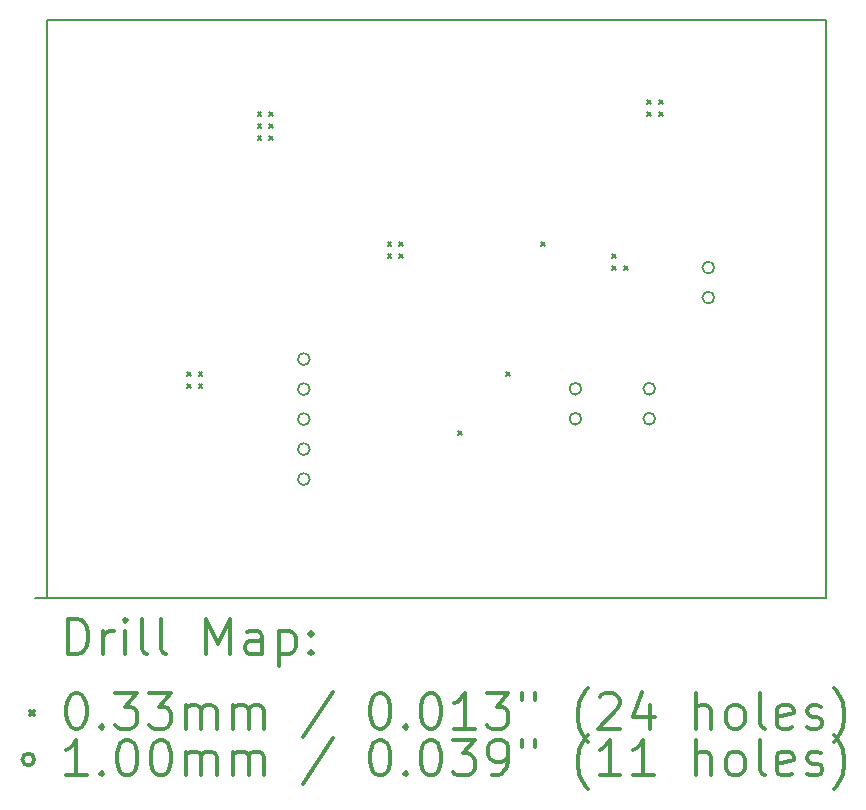
<source format=gbr>
%FSLAX45Y45*%
G04 Gerber Fmt 4.5, Leading zero omitted, Abs format (unit mm)*
G04 Created by KiCad (PCBNEW 5.0.0) date Wed Aug 15 09:13:29 2018*
%MOMM*%
%LPD*%
G01*
G04 APERTURE LIST*
%ADD10C,0.152400*%
%ADD11C,0.200000*%
%ADD12C,0.300000*%
G04 APERTURE END LIST*
D10*
X2900000Y-12000000D02*
X2900000Y-7100000D01*
X9500000Y-12000000D02*
X2800000Y-12000000D01*
X9500000Y-7100000D02*
X9500000Y-12000000D01*
X2900000Y-7100000D02*
X9500000Y-7100000D01*
D11*
X4083490Y-10083490D02*
X4116510Y-10116510D01*
X4116510Y-10083490D02*
X4083490Y-10116510D01*
X4083490Y-10183490D02*
X4116510Y-10216510D01*
X4116510Y-10183490D02*
X4083490Y-10216510D01*
X4183490Y-10083490D02*
X4216510Y-10116510D01*
X4216510Y-10083490D02*
X4183490Y-10116510D01*
X4183490Y-10183490D02*
X4216510Y-10216510D01*
X4216510Y-10183490D02*
X4183490Y-10216510D01*
X4683490Y-7883490D02*
X4716510Y-7916510D01*
X4716510Y-7883490D02*
X4683490Y-7916510D01*
X4683490Y-7983490D02*
X4716510Y-8016510D01*
X4716510Y-7983490D02*
X4683490Y-8016510D01*
X4683490Y-8083490D02*
X4716510Y-8116510D01*
X4716510Y-8083490D02*
X4683490Y-8116510D01*
X4783490Y-7883490D02*
X4816510Y-7916510D01*
X4816510Y-7883490D02*
X4783490Y-7916510D01*
X4783490Y-7983490D02*
X4816510Y-8016510D01*
X4816510Y-7983490D02*
X4783490Y-8016510D01*
X4783490Y-8083490D02*
X4816510Y-8116510D01*
X4816510Y-8083490D02*
X4783490Y-8116510D01*
X5783490Y-8983490D02*
X5816510Y-9016510D01*
X5816510Y-8983490D02*
X5783490Y-9016510D01*
X5783490Y-9083490D02*
X5816510Y-9116510D01*
X5816510Y-9083490D02*
X5783490Y-9116510D01*
X5883490Y-8983490D02*
X5916510Y-9016510D01*
X5916510Y-8983490D02*
X5883490Y-9016510D01*
X5883490Y-9083490D02*
X5916510Y-9116510D01*
X5916510Y-9083490D02*
X5883490Y-9116510D01*
X6383490Y-10583490D02*
X6416510Y-10616510D01*
X6416510Y-10583490D02*
X6383490Y-10616510D01*
X6783490Y-10083490D02*
X6816510Y-10116510D01*
X6816510Y-10083490D02*
X6783490Y-10116510D01*
X7083490Y-8983490D02*
X7116510Y-9016510D01*
X7116510Y-8983490D02*
X7083490Y-9016510D01*
X7683490Y-9083490D02*
X7716510Y-9116510D01*
X7716510Y-9083490D02*
X7683490Y-9116510D01*
X7683490Y-9183490D02*
X7716510Y-9216510D01*
X7716510Y-9183490D02*
X7683490Y-9216510D01*
X7783490Y-9183490D02*
X7816510Y-9216510D01*
X7816510Y-9183490D02*
X7783490Y-9216510D01*
X7983490Y-7783490D02*
X8016510Y-7816510D01*
X8016510Y-7783490D02*
X7983490Y-7816510D01*
X7983490Y-7883490D02*
X8016510Y-7916510D01*
X8016510Y-7883490D02*
X7983490Y-7916510D01*
X8083490Y-7783490D02*
X8116510Y-7816510D01*
X8116510Y-7783490D02*
X8083490Y-7816510D01*
X8083490Y-7883490D02*
X8116510Y-7916510D01*
X8116510Y-7883490D02*
X8083490Y-7916510D01*
X5125000Y-9975000D02*
G75*
G03X5125000Y-9975000I-50000J0D01*
G01*
X5125000Y-10229000D02*
G75*
G03X5125000Y-10229000I-50000J0D01*
G01*
X5125000Y-10483000D02*
G75*
G03X5125000Y-10483000I-50000J0D01*
G01*
X5125000Y-10737000D02*
G75*
G03X5125000Y-10737000I-50000J0D01*
G01*
X5125000Y-10991000D02*
G75*
G03X5125000Y-10991000I-50000J0D01*
G01*
X8550000Y-9200000D02*
G75*
G03X8550000Y-9200000I-50000J0D01*
G01*
X8550000Y-9454000D02*
G75*
G03X8550000Y-9454000I-50000J0D01*
G01*
X8050000Y-10225000D02*
G75*
G03X8050000Y-10225000I-50000J0D01*
G01*
X8050000Y-10479000D02*
G75*
G03X8050000Y-10479000I-50000J0D01*
G01*
X7425000Y-10225000D02*
G75*
G03X7425000Y-10225000I-50000J0D01*
G01*
X7425000Y-10479000D02*
G75*
G03X7425000Y-10479000I-50000J0D01*
G01*
D12*
X3078808Y-12473334D02*
X3078808Y-12173334D01*
X3150237Y-12173334D01*
X3193094Y-12187620D01*
X3221666Y-12216191D01*
X3235951Y-12244763D01*
X3250237Y-12301906D01*
X3250237Y-12344763D01*
X3235951Y-12401906D01*
X3221666Y-12430477D01*
X3193094Y-12459049D01*
X3150237Y-12473334D01*
X3078808Y-12473334D01*
X3378808Y-12473334D02*
X3378808Y-12273334D01*
X3378808Y-12330477D02*
X3393094Y-12301906D01*
X3407380Y-12287620D01*
X3435951Y-12273334D01*
X3464523Y-12273334D01*
X3564523Y-12473334D02*
X3564523Y-12273334D01*
X3564523Y-12173334D02*
X3550237Y-12187620D01*
X3564523Y-12201906D01*
X3578808Y-12187620D01*
X3564523Y-12173334D01*
X3564523Y-12201906D01*
X3750237Y-12473334D02*
X3721666Y-12459049D01*
X3707380Y-12430477D01*
X3707380Y-12173334D01*
X3907380Y-12473334D02*
X3878808Y-12459049D01*
X3864523Y-12430477D01*
X3864523Y-12173334D01*
X4250237Y-12473334D02*
X4250237Y-12173334D01*
X4350237Y-12387620D01*
X4450237Y-12173334D01*
X4450237Y-12473334D01*
X4721666Y-12473334D02*
X4721666Y-12316191D01*
X4707380Y-12287620D01*
X4678808Y-12273334D01*
X4621666Y-12273334D01*
X4593094Y-12287620D01*
X4721666Y-12459049D02*
X4693094Y-12473334D01*
X4621666Y-12473334D01*
X4593094Y-12459049D01*
X4578808Y-12430477D01*
X4578808Y-12401906D01*
X4593094Y-12373334D01*
X4621666Y-12359049D01*
X4693094Y-12359049D01*
X4721666Y-12344763D01*
X4864523Y-12273334D02*
X4864523Y-12573334D01*
X4864523Y-12287620D02*
X4893094Y-12273334D01*
X4950237Y-12273334D01*
X4978808Y-12287620D01*
X4993094Y-12301906D01*
X5007380Y-12330477D01*
X5007380Y-12416191D01*
X4993094Y-12444763D01*
X4978808Y-12459049D01*
X4950237Y-12473334D01*
X4893094Y-12473334D01*
X4864523Y-12459049D01*
X5135951Y-12444763D02*
X5150237Y-12459049D01*
X5135951Y-12473334D01*
X5121666Y-12459049D01*
X5135951Y-12444763D01*
X5135951Y-12473334D01*
X5135951Y-12287620D02*
X5150237Y-12301906D01*
X5135951Y-12316191D01*
X5121666Y-12301906D01*
X5135951Y-12287620D01*
X5135951Y-12316191D01*
X2759360Y-12951110D02*
X2792380Y-12984130D01*
X2792380Y-12951110D02*
X2759360Y-12984130D01*
X3135951Y-12803334D02*
X3164523Y-12803334D01*
X3193094Y-12817620D01*
X3207380Y-12831906D01*
X3221666Y-12860477D01*
X3235951Y-12917620D01*
X3235951Y-12989049D01*
X3221666Y-13046191D01*
X3207380Y-13074763D01*
X3193094Y-13089049D01*
X3164523Y-13103334D01*
X3135951Y-13103334D01*
X3107380Y-13089049D01*
X3093094Y-13074763D01*
X3078808Y-13046191D01*
X3064523Y-12989049D01*
X3064523Y-12917620D01*
X3078808Y-12860477D01*
X3093094Y-12831906D01*
X3107380Y-12817620D01*
X3135951Y-12803334D01*
X3364523Y-13074763D02*
X3378808Y-13089049D01*
X3364523Y-13103334D01*
X3350237Y-13089049D01*
X3364523Y-13074763D01*
X3364523Y-13103334D01*
X3478808Y-12803334D02*
X3664523Y-12803334D01*
X3564523Y-12917620D01*
X3607380Y-12917620D01*
X3635951Y-12931906D01*
X3650237Y-12946191D01*
X3664523Y-12974763D01*
X3664523Y-13046191D01*
X3650237Y-13074763D01*
X3635951Y-13089049D01*
X3607380Y-13103334D01*
X3521666Y-13103334D01*
X3493094Y-13089049D01*
X3478808Y-13074763D01*
X3764523Y-12803334D02*
X3950237Y-12803334D01*
X3850237Y-12917620D01*
X3893094Y-12917620D01*
X3921666Y-12931906D01*
X3935951Y-12946191D01*
X3950237Y-12974763D01*
X3950237Y-13046191D01*
X3935951Y-13074763D01*
X3921666Y-13089049D01*
X3893094Y-13103334D01*
X3807380Y-13103334D01*
X3778808Y-13089049D01*
X3764523Y-13074763D01*
X4078808Y-13103334D02*
X4078808Y-12903334D01*
X4078808Y-12931906D02*
X4093094Y-12917620D01*
X4121666Y-12903334D01*
X4164523Y-12903334D01*
X4193094Y-12917620D01*
X4207380Y-12946191D01*
X4207380Y-13103334D01*
X4207380Y-12946191D02*
X4221666Y-12917620D01*
X4250237Y-12903334D01*
X4293094Y-12903334D01*
X4321666Y-12917620D01*
X4335951Y-12946191D01*
X4335951Y-13103334D01*
X4478808Y-13103334D02*
X4478808Y-12903334D01*
X4478808Y-12931906D02*
X4493094Y-12917620D01*
X4521666Y-12903334D01*
X4564523Y-12903334D01*
X4593094Y-12917620D01*
X4607380Y-12946191D01*
X4607380Y-13103334D01*
X4607380Y-12946191D02*
X4621666Y-12917620D01*
X4650237Y-12903334D01*
X4693094Y-12903334D01*
X4721666Y-12917620D01*
X4735951Y-12946191D01*
X4735951Y-13103334D01*
X5321666Y-12789049D02*
X5064523Y-13174763D01*
X5707380Y-12803334D02*
X5735951Y-12803334D01*
X5764523Y-12817620D01*
X5778808Y-12831906D01*
X5793094Y-12860477D01*
X5807380Y-12917620D01*
X5807380Y-12989049D01*
X5793094Y-13046191D01*
X5778808Y-13074763D01*
X5764523Y-13089049D01*
X5735951Y-13103334D01*
X5707380Y-13103334D01*
X5678808Y-13089049D01*
X5664523Y-13074763D01*
X5650237Y-13046191D01*
X5635951Y-12989049D01*
X5635951Y-12917620D01*
X5650237Y-12860477D01*
X5664523Y-12831906D01*
X5678808Y-12817620D01*
X5707380Y-12803334D01*
X5935951Y-13074763D02*
X5950237Y-13089049D01*
X5935951Y-13103334D01*
X5921666Y-13089049D01*
X5935951Y-13074763D01*
X5935951Y-13103334D01*
X6135951Y-12803334D02*
X6164523Y-12803334D01*
X6193094Y-12817620D01*
X6207380Y-12831906D01*
X6221666Y-12860477D01*
X6235951Y-12917620D01*
X6235951Y-12989049D01*
X6221666Y-13046191D01*
X6207380Y-13074763D01*
X6193094Y-13089049D01*
X6164523Y-13103334D01*
X6135951Y-13103334D01*
X6107380Y-13089049D01*
X6093094Y-13074763D01*
X6078808Y-13046191D01*
X6064523Y-12989049D01*
X6064523Y-12917620D01*
X6078808Y-12860477D01*
X6093094Y-12831906D01*
X6107380Y-12817620D01*
X6135951Y-12803334D01*
X6521666Y-13103334D02*
X6350237Y-13103334D01*
X6435951Y-13103334D02*
X6435951Y-12803334D01*
X6407380Y-12846191D01*
X6378808Y-12874763D01*
X6350237Y-12889049D01*
X6621666Y-12803334D02*
X6807380Y-12803334D01*
X6707380Y-12917620D01*
X6750237Y-12917620D01*
X6778808Y-12931906D01*
X6793094Y-12946191D01*
X6807380Y-12974763D01*
X6807380Y-13046191D01*
X6793094Y-13074763D01*
X6778808Y-13089049D01*
X6750237Y-13103334D01*
X6664523Y-13103334D01*
X6635951Y-13089049D01*
X6621666Y-13074763D01*
X6921666Y-12803334D02*
X6921666Y-12860477D01*
X7035951Y-12803334D02*
X7035951Y-12860477D01*
X7478808Y-13217620D02*
X7464523Y-13203334D01*
X7435951Y-13160477D01*
X7421666Y-13131906D01*
X7407380Y-13089049D01*
X7393094Y-13017620D01*
X7393094Y-12960477D01*
X7407380Y-12889049D01*
X7421666Y-12846191D01*
X7435951Y-12817620D01*
X7464523Y-12774763D01*
X7478808Y-12760477D01*
X7578808Y-12831906D02*
X7593094Y-12817620D01*
X7621666Y-12803334D01*
X7693094Y-12803334D01*
X7721666Y-12817620D01*
X7735951Y-12831906D01*
X7750237Y-12860477D01*
X7750237Y-12889049D01*
X7735951Y-12931906D01*
X7564523Y-13103334D01*
X7750237Y-13103334D01*
X8007380Y-12903334D02*
X8007380Y-13103334D01*
X7935951Y-12789049D02*
X7864523Y-13003334D01*
X8050237Y-13003334D01*
X8393094Y-13103334D02*
X8393094Y-12803334D01*
X8521666Y-13103334D02*
X8521666Y-12946191D01*
X8507380Y-12917620D01*
X8478808Y-12903334D01*
X8435951Y-12903334D01*
X8407380Y-12917620D01*
X8393094Y-12931906D01*
X8707380Y-13103334D02*
X8678808Y-13089049D01*
X8664523Y-13074763D01*
X8650237Y-13046191D01*
X8650237Y-12960477D01*
X8664523Y-12931906D01*
X8678808Y-12917620D01*
X8707380Y-12903334D01*
X8750237Y-12903334D01*
X8778808Y-12917620D01*
X8793094Y-12931906D01*
X8807380Y-12960477D01*
X8807380Y-13046191D01*
X8793094Y-13074763D01*
X8778808Y-13089049D01*
X8750237Y-13103334D01*
X8707380Y-13103334D01*
X8978808Y-13103334D02*
X8950237Y-13089049D01*
X8935951Y-13060477D01*
X8935951Y-12803334D01*
X9207380Y-13089049D02*
X9178808Y-13103334D01*
X9121666Y-13103334D01*
X9093094Y-13089049D01*
X9078808Y-13060477D01*
X9078808Y-12946191D01*
X9093094Y-12917620D01*
X9121666Y-12903334D01*
X9178808Y-12903334D01*
X9207380Y-12917620D01*
X9221666Y-12946191D01*
X9221666Y-12974763D01*
X9078808Y-13003334D01*
X9335951Y-13089049D02*
X9364523Y-13103334D01*
X9421666Y-13103334D01*
X9450237Y-13089049D01*
X9464523Y-13060477D01*
X9464523Y-13046191D01*
X9450237Y-13017620D01*
X9421666Y-13003334D01*
X9378808Y-13003334D01*
X9350237Y-12989049D01*
X9335951Y-12960477D01*
X9335951Y-12946191D01*
X9350237Y-12917620D01*
X9378808Y-12903334D01*
X9421666Y-12903334D01*
X9450237Y-12917620D01*
X9564523Y-13217620D02*
X9578808Y-13203334D01*
X9607380Y-13160477D01*
X9621666Y-13131906D01*
X9635951Y-13089049D01*
X9650237Y-13017620D01*
X9650237Y-12960477D01*
X9635951Y-12889049D01*
X9621666Y-12846191D01*
X9607380Y-12817620D01*
X9578808Y-12774763D01*
X9564523Y-12760477D01*
X2792380Y-13363620D02*
G75*
G03X2792380Y-13363620I-50000J0D01*
G01*
X3235951Y-13499334D02*
X3064523Y-13499334D01*
X3150237Y-13499334D02*
X3150237Y-13199334D01*
X3121666Y-13242191D01*
X3093094Y-13270763D01*
X3064523Y-13285049D01*
X3364523Y-13470763D02*
X3378808Y-13485049D01*
X3364523Y-13499334D01*
X3350237Y-13485049D01*
X3364523Y-13470763D01*
X3364523Y-13499334D01*
X3564523Y-13199334D02*
X3593094Y-13199334D01*
X3621666Y-13213620D01*
X3635951Y-13227906D01*
X3650237Y-13256477D01*
X3664523Y-13313620D01*
X3664523Y-13385049D01*
X3650237Y-13442191D01*
X3635951Y-13470763D01*
X3621666Y-13485049D01*
X3593094Y-13499334D01*
X3564523Y-13499334D01*
X3535951Y-13485049D01*
X3521666Y-13470763D01*
X3507380Y-13442191D01*
X3493094Y-13385049D01*
X3493094Y-13313620D01*
X3507380Y-13256477D01*
X3521666Y-13227906D01*
X3535951Y-13213620D01*
X3564523Y-13199334D01*
X3850237Y-13199334D02*
X3878808Y-13199334D01*
X3907380Y-13213620D01*
X3921666Y-13227906D01*
X3935951Y-13256477D01*
X3950237Y-13313620D01*
X3950237Y-13385049D01*
X3935951Y-13442191D01*
X3921666Y-13470763D01*
X3907380Y-13485049D01*
X3878808Y-13499334D01*
X3850237Y-13499334D01*
X3821666Y-13485049D01*
X3807380Y-13470763D01*
X3793094Y-13442191D01*
X3778808Y-13385049D01*
X3778808Y-13313620D01*
X3793094Y-13256477D01*
X3807380Y-13227906D01*
X3821666Y-13213620D01*
X3850237Y-13199334D01*
X4078808Y-13499334D02*
X4078808Y-13299334D01*
X4078808Y-13327906D02*
X4093094Y-13313620D01*
X4121666Y-13299334D01*
X4164523Y-13299334D01*
X4193094Y-13313620D01*
X4207380Y-13342191D01*
X4207380Y-13499334D01*
X4207380Y-13342191D02*
X4221666Y-13313620D01*
X4250237Y-13299334D01*
X4293094Y-13299334D01*
X4321666Y-13313620D01*
X4335951Y-13342191D01*
X4335951Y-13499334D01*
X4478808Y-13499334D02*
X4478808Y-13299334D01*
X4478808Y-13327906D02*
X4493094Y-13313620D01*
X4521666Y-13299334D01*
X4564523Y-13299334D01*
X4593094Y-13313620D01*
X4607380Y-13342191D01*
X4607380Y-13499334D01*
X4607380Y-13342191D02*
X4621666Y-13313620D01*
X4650237Y-13299334D01*
X4693094Y-13299334D01*
X4721666Y-13313620D01*
X4735951Y-13342191D01*
X4735951Y-13499334D01*
X5321666Y-13185049D02*
X5064523Y-13570763D01*
X5707380Y-13199334D02*
X5735951Y-13199334D01*
X5764523Y-13213620D01*
X5778808Y-13227906D01*
X5793094Y-13256477D01*
X5807380Y-13313620D01*
X5807380Y-13385049D01*
X5793094Y-13442191D01*
X5778808Y-13470763D01*
X5764523Y-13485049D01*
X5735951Y-13499334D01*
X5707380Y-13499334D01*
X5678808Y-13485049D01*
X5664523Y-13470763D01*
X5650237Y-13442191D01*
X5635951Y-13385049D01*
X5635951Y-13313620D01*
X5650237Y-13256477D01*
X5664523Y-13227906D01*
X5678808Y-13213620D01*
X5707380Y-13199334D01*
X5935951Y-13470763D02*
X5950237Y-13485049D01*
X5935951Y-13499334D01*
X5921666Y-13485049D01*
X5935951Y-13470763D01*
X5935951Y-13499334D01*
X6135951Y-13199334D02*
X6164523Y-13199334D01*
X6193094Y-13213620D01*
X6207380Y-13227906D01*
X6221666Y-13256477D01*
X6235951Y-13313620D01*
X6235951Y-13385049D01*
X6221666Y-13442191D01*
X6207380Y-13470763D01*
X6193094Y-13485049D01*
X6164523Y-13499334D01*
X6135951Y-13499334D01*
X6107380Y-13485049D01*
X6093094Y-13470763D01*
X6078808Y-13442191D01*
X6064523Y-13385049D01*
X6064523Y-13313620D01*
X6078808Y-13256477D01*
X6093094Y-13227906D01*
X6107380Y-13213620D01*
X6135951Y-13199334D01*
X6335951Y-13199334D02*
X6521666Y-13199334D01*
X6421666Y-13313620D01*
X6464523Y-13313620D01*
X6493094Y-13327906D01*
X6507380Y-13342191D01*
X6521666Y-13370763D01*
X6521666Y-13442191D01*
X6507380Y-13470763D01*
X6493094Y-13485049D01*
X6464523Y-13499334D01*
X6378808Y-13499334D01*
X6350237Y-13485049D01*
X6335951Y-13470763D01*
X6664523Y-13499334D02*
X6721666Y-13499334D01*
X6750237Y-13485049D01*
X6764523Y-13470763D01*
X6793094Y-13427906D01*
X6807380Y-13370763D01*
X6807380Y-13256477D01*
X6793094Y-13227906D01*
X6778808Y-13213620D01*
X6750237Y-13199334D01*
X6693094Y-13199334D01*
X6664523Y-13213620D01*
X6650237Y-13227906D01*
X6635951Y-13256477D01*
X6635951Y-13327906D01*
X6650237Y-13356477D01*
X6664523Y-13370763D01*
X6693094Y-13385049D01*
X6750237Y-13385049D01*
X6778808Y-13370763D01*
X6793094Y-13356477D01*
X6807380Y-13327906D01*
X6921666Y-13199334D02*
X6921666Y-13256477D01*
X7035951Y-13199334D02*
X7035951Y-13256477D01*
X7478808Y-13613620D02*
X7464523Y-13599334D01*
X7435951Y-13556477D01*
X7421666Y-13527906D01*
X7407380Y-13485049D01*
X7393094Y-13413620D01*
X7393094Y-13356477D01*
X7407380Y-13285049D01*
X7421666Y-13242191D01*
X7435951Y-13213620D01*
X7464523Y-13170763D01*
X7478808Y-13156477D01*
X7750237Y-13499334D02*
X7578808Y-13499334D01*
X7664523Y-13499334D02*
X7664523Y-13199334D01*
X7635951Y-13242191D01*
X7607380Y-13270763D01*
X7578808Y-13285049D01*
X8035951Y-13499334D02*
X7864523Y-13499334D01*
X7950237Y-13499334D02*
X7950237Y-13199334D01*
X7921666Y-13242191D01*
X7893094Y-13270763D01*
X7864523Y-13285049D01*
X8393094Y-13499334D02*
X8393094Y-13199334D01*
X8521666Y-13499334D02*
X8521666Y-13342191D01*
X8507380Y-13313620D01*
X8478808Y-13299334D01*
X8435951Y-13299334D01*
X8407380Y-13313620D01*
X8393094Y-13327906D01*
X8707380Y-13499334D02*
X8678808Y-13485049D01*
X8664523Y-13470763D01*
X8650237Y-13442191D01*
X8650237Y-13356477D01*
X8664523Y-13327906D01*
X8678808Y-13313620D01*
X8707380Y-13299334D01*
X8750237Y-13299334D01*
X8778808Y-13313620D01*
X8793094Y-13327906D01*
X8807380Y-13356477D01*
X8807380Y-13442191D01*
X8793094Y-13470763D01*
X8778808Y-13485049D01*
X8750237Y-13499334D01*
X8707380Y-13499334D01*
X8978808Y-13499334D02*
X8950237Y-13485049D01*
X8935951Y-13456477D01*
X8935951Y-13199334D01*
X9207380Y-13485049D02*
X9178808Y-13499334D01*
X9121666Y-13499334D01*
X9093094Y-13485049D01*
X9078808Y-13456477D01*
X9078808Y-13342191D01*
X9093094Y-13313620D01*
X9121666Y-13299334D01*
X9178808Y-13299334D01*
X9207380Y-13313620D01*
X9221666Y-13342191D01*
X9221666Y-13370763D01*
X9078808Y-13399334D01*
X9335951Y-13485049D02*
X9364523Y-13499334D01*
X9421666Y-13499334D01*
X9450237Y-13485049D01*
X9464523Y-13456477D01*
X9464523Y-13442191D01*
X9450237Y-13413620D01*
X9421666Y-13399334D01*
X9378808Y-13399334D01*
X9350237Y-13385049D01*
X9335951Y-13356477D01*
X9335951Y-13342191D01*
X9350237Y-13313620D01*
X9378808Y-13299334D01*
X9421666Y-13299334D01*
X9450237Y-13313620D01*
X9564523Y-13613620D02*
X9578808Y-13599334D01*
X9607380Y-13556477D01*
X9621666Y-13527906D01*
X9635951Y-13485049D01*
X9650237Y-13413620D01*
X9650237Y-13356477D01*
X9635951Y-13285049D01*
X9621666Y-13242191D01*
X9607380Y-13213620D01*
X9578808Y-13170763D01*
X9564523Y-13156477D01*
M02*

</source>
